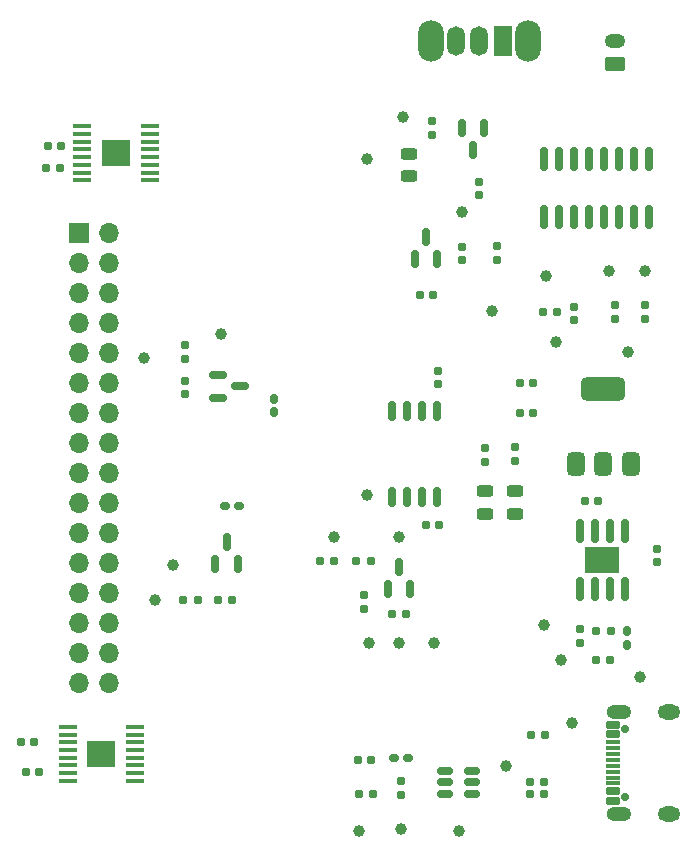
<source format=gbr>
%TF.GenerationSoftware,KiCad,Pcbnew,9.0.0*%
%TF.CreationDate,2025-04-09T21:52:16+02:00*%
%TF.ProjectId,Design-2,44657369-676e-42d3-922e-6b696361645f,v2.0*%
%TF.SameCoordinates,Original*%
%TF.FileFunction,Soldermask,Top*%
%TF.FilePolarity,Negative*%
%FSLAX46Y46*%
G04 Gerber Fmt 4.6, Leading zero omitted, Abs format (unit mm)*
G04 Created by KiCad (PCBNEW 9.0.0) date 2025-04-09 21:52:16*
%MOMM*%
%LPD*%
G01*
G04 APERTURE LIST*
G04 Aperture macros list*
%AMRoundRect*
0 Rectangle with rounded corners*
0 $1 Rounding radius*
0 $2 $3 $4 $5 $6 $7 $8 $9 X,Y pos of 4 corners*
0 Add a 4 corners polygon primitive as box body*
4,1,4,$2,$3,$4,$5,$6,$7,$8,$9,$2,$3,0*
0 Add four circle primitives for the rounded corners*
1,1,$1+$1,$2,$3*
1,1,$1+$1,$4,$5*
1,1,$1+$1,$6,$7*
1,1,$1+$1,$8,$9*
0 Add four rect primitives between the rounded corners*
20,1,$1+$1,$2,$3,$4,$5,0*
20,1,$1+$1,$4,$5,$6,$7,0*
20,1,$1+$1,$6,$7,$8,$9,0*
20,1,$1+$1,$8,$9,$2,$3,0*%
G04 Aperture macros list end*
%ADD10O,1.700000X1.700000*%
%ADD11R,1.700000X1.700000*%
%ADD12C,1.000000*%
%ADD13RoundRect,0.155000X-0.155000X0.212500X-0.155000X-0.212500X0.155000X-0.212500X0.155000X0.212500X0*%
%ADD14RoundRect,0.160000X-0.160000X0.197500X-0.160000X-0.197500X0.160000X-0.197500X0.160000X0.197500X0*%
%ADD15RoundRect,0.150000X-0.587500X-0.150000X0.587500X-0.150000X0.587500X0.150000X-0.587500X0.150000X0*%
%ADD16RoundRect,0.150000X0.150000X-0.587500X0.150000X0.587500X-0.150000X0.587500X-0.150000X-0.587500X0*%
%ADD17RoundRect,0.150000X0.150000X-0.712500X0.150000X0.712500X-0.150000X0.712500X-0.150000X-0.712500X0*%
%ADD18RoundRect,0.160000X0.160000X-0.197500X0.160000X0.197500X-0.160000X0.197500X-0.160000X-0.197500X0*%
%ADD19RoundRect,0.155000X-0.212500X-0.155000X0.212500X-0.155000X0.212500X0.155000X-0.212500X0.155000X0*%
%ADD20RoundRect,0.160000X-0.197500X-0.160000X0.197500X-0.160000X0.197500X0.160000X-0.197500X0.160000X0*%
%ADD21RoundRect,0.375000X0.375000X-0.625000X0.375000X0.625000X-0.375000X0.625000X-0.375000X-0.625000X0*%
%ADD22RoundRect,0.500000X1.400000X-0.500000X1.400000X0.500000X-1.400000X0.500000X-1.400000X-0.500000X0*%
%ADD23RoundRect,0.150000X-0.150000X0.825000X-0.150000X-0.825000X0.150000X-0.825000X0.150000X0.825000X0*%
%ADD24R,3.000000X2.290000*%
%ADD25RoundRect,0.250000X0.625000X-0.350000X0.625000X0.350000X-0.625000X0.350000X-0.625000X-0.350000X0*%
%ADD26O,1.750000X1.200000*%
%ADD27R,2.460000X2.310000*%
%ADD28RoundRect,0.100000X0.687500X0.100000X-0.687500X0.100000X-0.687500X-0.100000X0.687500X-0.100000X0*%
%ADD29RoundRect,0.150000X-0.512500X-0.150000X0.512500X-0.150000X0.512500X0.150000X-0.512500X0.150000X0*%
%ADD30RoundRect,0.155000X0.212500X0.155000X-0.212500X0.155000X-0.212500X-0.155000X0.212500X-0.155000X0*%
%ADD31RoundRect,0.243750X0.456250X-0.243750X0.456250X0.243750X-0.456250X0.243750X-0.456250X-0.243750X0*%
%ADD32RoundRect,0.160000X0.197500X0.160000X-0.197500X0.160000X-0.197500X-0.160000X0.197500X-0.160000X0*%
%ADD33O,2.200000X3.500000*%
%ADD34R,1.500000X2.500000*%
%ADD35O,1.500000X2.500000*%
%ADD36RoundRect,0.160000X0.222500X0.160000X-0.222500X0.160000X-0.222500X-0.160000X0.222500X-0.160000X0*%
%ADD37RoundRect,0.160000X-0.160000X0.222500X-0.160000X-0.222500X0.160000X-0.222500X0.160000X0.222500X0*%
%ADD38RoundRect,0.150000X0.150000X-0.825000X0.150000X0.825000X-0.150000X0.825000X-0.150000X-0.825000X0*%
%ADD39C,0.700000*%
%ADD40RoundRect,0.050000X0.550000X-0.275000X0.550000X0.275000X-0.550000X0.275000X-0.550000X-0.275000X0*%
%ADD41RoundRect,0.050000X0.550000X-0.150000X0.550000X0.150000X-0.550000X0.150000X-0.550000X-0.150000X0*%
%ADD42O,2.100000X1.200000*%
%ADD43O,1.900000X1.300000*%
%ADD44RoundRect,0.160000X0.160000X-0.222500X0.160000X0.222500X-0.160000X0.222500X-0.160000X-0.222500X0*%
%ADD45RoundRect,0.243750X-0.456250X0.243750X-0.456250X-0.243750X0.456250X-0.243750X0.456250X0.243750X0*%
%ADD46RoundRect,0.160000X-0.222500X-0.160000X0.222500X-0.160000X0.222500X0.160000X-0.222500X0.160000X0*%
%ADD47RoundRect,0.150000X-0.150000X0.587500X-0.150000X-0.587500X0.150000X-0.587500X0.150000X0.587500X0*%
G04 APERTURE END LIST*
D10*
%TO.C,J1*%
X211449739Y-113155261D03*
X208909739Y-113155261D03*
X211449739Y-110615261D03*
X208909739Y-110615261D03*
X211449739Y-108075261D03*
X208909739Y-108075261D03*
X211449739Y-105535261D03*
X208909739Y-105535261D03*
X211449739Y-102995261D03*
X208909739Y-102995261D03*
X211449739Y-100455261D03*
X208909739Y-100455261D03*
X211449739Y-97915261D03*
X208909739Y-97915261D03*
X211449739Y-95375261D03*
X208909739Y-95375261D03*
X211449739Y-92835261D03*
X208909739Y-92835261D03*
X211449739Y-90295261D03*
X208909739Y-90295261D03*
X211449739Y-87755261D03*
X208909739Y-87755261D03*
X211449739Y-85215261D03*
X208909739Y-85215261D03*
X211449739Y-82675261D03*
X208909739Y-82675261D03*
X211449739Y-80135261D03*
X208909739Y-80135261D03*
X211449739Y-77595261D03*
X208909739Y-77595261D03*
X211449739Y-75055261D03*
D11*
X208909739Y-75055261D03*
%TD*%
D12*
%TO.C,TP7*%
X214449739Y-85620261D03*
%TD*%
%TO.C,TP6*%
X220949739Y-83620261D03*
%TD*%
D13*
%TO.C,C17*%
X217949739Y-88687761D03*
X217949739Y-87552761D03*
%TD*%
D14*
%TO.C,R6*%
X217949739Y-85717761D03*
X217949739Y-84522761D03*
%TD*%
D15*
%TO.C,Q1*%
X222579739Y-88025261D03*
X220704739Y-88975261D03*
X220704739Y-87075261D03*
%TD*%
D12*
%TO.C,TP2*%
X230537489Y-100775189D03*
%TD*%
%TO.C,TP20*%
X253854739Y-78250439D03*
%TD*%
D14*
%TO.C,R14*%
X238854739Y-65555439D03*
X238854739Y-66750439D03*
%TD*%
D16*
%TO.C,Q4*%
X220499739Y-103072761D03*
X222399739Y-103072761D03*
X221449739Y-101197761D03*
%TD*%
D12*
%TO.C,TP8*%
X233354739Y-97247761D03*
%TD*%
D17*
%TO.C,U3*%
X235449739Y-97360261D03*
X236719739Y-97360261D03*
X237989739Y-97360261D03*
X239259739Y-97360261D03*
X239259739Y-90135261D03*
X237989739Y-90135261D03*
X236719739Y-90135261D03*
X235449739Y-90135261D03*
%TD*%
D12*
%TO.C,TP27*%
X250712339Y-116495361D03*
%TD*%
D16*
%TO.C,Q2*%
X237354739Y-77250439D03*
X239254739Y-77250439D03*
X238304739Y-75375439D03*
%TD*%
D18*
%TO.C,R10*%
X245854739Y-94345439D03*
X245854739Y-93150439D03*
%TD*%
D19*
%TO.C,C1*%
X251787239Y-97750439D03*
X252922239Y-97750439D03*
%TD*%
%TO.C,C14*%
X206314739Y-67635261D03*
X207449739Y-67635261D03*
%TD*%
D20*
%TO.C,R1*%
X248257239Y-81750439D03*
X249452239Y-81750439D03*
%TD*%
D16*
%TO.C,Q5*%
X235087489Y-105150189D03*
X236987489Y-105150189D03*
X236037489Y-103275189D03*
%TD*%
D20*
%TO.C,R11*%
X232439989Y-102775189D03*
X233634989Y-102775189D03*
%TD*%
D19*
%TO.C,C11*%
X204449739Y-120635261D03*
X205584739Y-120635261D03*
%TD*%
D12*
%TO.C,TP14*%
X241354739Y-73250439D03*
%TD*%
D14*
%TO.C,R2*%
X254354739Y-81152939D03*
X254354739Y-82347939D03*
%TD*%
D19*
%TO.C,C18*%
X220752239Y-106135261D03*
X221887239Y-106135261D03*
%TD*%
D13*
%TO.C,C10*%
X241354739Y-76182939D03*
X241354739Y-77317939D03*
%TD*%
D12*
%TO.C,TP25*%
X248354739Y-108250439D03*
%TD*%
D21*
%TO.C,U1*%
X251054739Y-94550439D03*
X253354739Y-94550439D03*
D22*
X253354739Y-88250439D03*
D21*
X255654739Y-94550439D03*
%TD*%
D19*
%TO.C,C15*%
X206168739Y-69560261D03*
X207303739Y-69560261D03*
%TD*%
D12*
%TO.C,TP15*%
X243949739Y-81635261D03*
%TD*%
D23*
%TO.C,U4*%
X255164739Y-100250439D03*
X253894739Y-100250439D03*
X252624739Y-100250439D03*
X251354739Y-100250439D03*
X251354739Y-105200439D03*
X252624739Y-105200439D03*
X253894739Y-105200439D03*
X255164739Y-105200439D03*
D24*
X253259739Y-102725439D03*
%TD*%
D25*
%TO.C,J5*%
X254354739Y-60750439D03*
D26*
X254354739Y-58750439D03*
%TD*%
D19*
%TO.C,C2*%
X252731239Y-111177689D03*
X253866239Y-111177689D03*
%TD*%
D12*
%TO.C,TP1*%
X236037489Y-100775189D03*
%TD*%
D27*
%TO.C,U5*%
X210848739Y-119135261D03*
D28*
X213711239Y-121410261D03*
X213711239Y-120760261D03*
X213711239Y-120110261D03*
X213711239Y-119460261D03*
X213711239Y-118810261D03*
X213711239Y-118160261D03*
X213711239Y-117510261D03*
X213711239Y-116860261D03*
X207986239Y-116860261D03*
X207986239Y-117510261D03*
X207986239Y-118160261D03*
X207986239Y-118810261D03*
X207986239Y-119460261D03*
X207986239Y-120110261D03*
X207986239Y-120760261D03*
X207986239Y-121410261D03*
%TD*%
D18*
%TO.C,R8*%
X251354739Y-109750439D03*
X251354739Y-108555439D03*
%TD*%
D29*
%TO.C,U6*%
X239937339Y-120595361D03*
X239937339Y-121545361D03*
X239937339Y-122495361D03*
X242212339Y-122495361D03*
X242212339Y-121545361D03*
X242212339Y-120595361D03*
%TD*%
D30*
%TO.C,C9*%
X248279839Y-122495361D03*
X247144839Y-122495361D03*
%TD*%
D12*
%TO.C,TP16*%
X236354739Y-65250439D03*
%TD*%
%TO.C,TP17*%
X233354739Y-68750439D03*
%TD*%
D19*
%TO.C,C16*%
X246287239Y-87750439D03*
X247422239Y-87750439D03*
%TD*%
%TO.C,C13*%
X204031239Y-118135261D03*
X205166239Y-118135261D03*
%TD*%
D31*
%TO.C,D8*%
X236854739Y-70187939D03*
X236854739Y-68312939D03*
%TD*%
D13*
%TO.C,C5*%
X239354739Y-86682939D03*
X239354739Y-87817939D03*
%TD*%
D12*
%TO.C,TP21*%
X249354739Y-84250439D03*
%TD*%
D13*
%TO.C,C20*%
X242854739Y-70682939D03*
X242854739Y-71817939D03*
%TD*%
D19*
%TO.C,C12*%
X246287239Y-90250439D03*
X247422239Y-90250439D03*
%TD*%
D12*
%TO.C,TP5*%
X216887239Y-103135261D03*
%TD*%
%TO.C,TP12*%
X236212339Y-125495361D03*
%TD*%
D14*
%TO.C,R16*%
X236212339Y-121397861D03*
X236212339Y-122592861D03*
%TD*%
D19*
%TO.C,C6*%
X232574739Y-119635261D03*
X233709739Y-119635261D03*
%TD*%
D12*
%TO.C,TP3*%
X239037489Y-109775189D03*
%TD*%
%TO.C,TP19*%
X255449739Y-85135261D03*
%TD*%
%TO.C,TP13*%
X241142239Y-125635261D03*
%TD*%
D32*
%TO.C,R17*%
X230537489Y-102775189D03*
X229342489Y-102775189D03*
%TD*%
D33*
%TO.C,SW1*%
X246954739Y-58750439D03*
X238754739Y-58750439D03*
D34*
X244854739Y-58750439D03*
D35*
X242854739Y-58750439D03*
X240854739Y-58750439D03*
%TD*%
D36*
%TO.C,D6*%
X222459739Y-98135261D03*
X221314739Y-98135261D03*
%TD*%
D19*
%TO.C,C19*%
X235469989Y-107275189D03*
X236604989Y-107275189D03*
%TD*%
D20*
%TO.C,R12*%
X232614839Y-122495361D03*
X233809839Y-122495361D03*
%TD*%
D12*
%TO.C,TP11*%
X232642239Y-125635261D03*
%TD*%
D27*
%TO.C,U8*%
X212098739Y-68285261D03*
D28*
X214961239Y-70560261D03*
X214961239Y-69910261D03*
X214961239Y-69260261D03*
X214961239Y-68610261D03*
X214961239Y-67960261D03*
X214961239Y-67310261D03*
X214961239Y-66660261D03*
X214961239Y-66010261D03*
X209236239Y-66010261D03*
X209236239Y-66660261D03*
X209236239Y-67310261D03*
X209236239Y-67960261D03*
X209236239Y-68610261D03*
X209236239Y-69260261D03*
X209236239Y-69910261D03*
X209236239Y-70560261D03*
%TD*%
D12*
%TO.C,TP22*%
X248449739Y-78635261D03*
%TD*%
D13*
%TO.C,C8*%
X250854739Y-81280439D03*
X250854739Y-82415439D03*
%TD*%
D20*
%TO.C,R13*%
X247212339Y-117495361D03*
X248407339Y-117495361D03*
%TD*%
D12*
%TO.C,TP23*%
X249798739Y-111177689D03*
%TD*%
%TO.C,TP10*%
X236037489Y-109775189D03*
%TD*%
D19*
%TO.C,C4*%
X238287239Y-99747761D03*
X239422239Y-99747761D03*
%TD*%
D12*
%TO.C,TP24*%
X256449739Y-112635261D03*
%TD*%
D20*
%TO.C,R5*%
X247114839Y-121495361D03*
X248309839Y-121495361D03*
%TD*%
D12*
%TO.C,TP9*%
X233537489Y-109775189D03*
%TD*%
D37*
%TO.C,L1*%
X255354739Y-108750439D03*
X255354739Y-109895439D03*
%TD*%
D13*
%TO.C,C3*%
X257854739Y-101750439D03*
X257854739Y-102885439D03*
%TD*%
D18*
%TO.C,R4*%
X243354739Y-94442939D03*
X243354739Y-93247939D03*
%TD*%
D12*
%TO.C,TP26*%
X245142239Y-120135261D03*
%TD*%
D38*
%TO.C,U2*%
X248354739Y-73700439D03*
X249624739Y-73700439D03*
X250894739Y-73700439D03*
X252164739Y-73700439D03*
X253434739Y-73700439D03*
X254704739Y-73700439D03*
X255974739Y-73700439D03*
X257244739Y-73700439D03*
X257244739Y-68750439D03*
X255974739Y-68750439D03*
X254704739Y-68750439D03*
X253434739Y-68750439D03*
X252164739Y-68750439D03*
X250894739Y-68750439D03*
X249624739Y-68750439D03*
X248354739Y-68750439D03*
%TD*%
D18*
%TO.C,R18*%
X233037489Y-106872689D03*
X233037489Y-105677689D03*
%TD*%
D39*
%TO.C,USB1*%
X255212339Y-122775361D03*
X255212339Y-116995361D03*
D40*
X254142239Y-123085461D03*
X254142239Y-122285361D03*
D41*
X254142239Y-121635361D03*
X254142239Y-121135261D03*
X254142239Y-120635361D03*
X254142239Y-120135561D03*
X254142239Y-119635361D03*
X254142239Y-119135561D03*
X254142239Y-118635361D03*
X254142239Y-118135261D03*
D40*
X254142239Y-117485261D03*
X254142239Y-116685461D03*
D42*
X254692139Y-124210461D03*
D43*
X258892239Y-124210461D03*
D42*
X254692139Y-115560461D03*
D43*
X258892239Y-115560461D03*
%TD*%
D44*
%TO.C,D4*%
X225449739Y-90192761D03*
X225449739Y-89047761D03*
%TD*%
D19*
%TO.C,C7*%
X237787239Y-80250439D03*
X238922239Y-80250439D03*
%TD*%
D14*
%TO.C,R15*%
X244354739Y-76152939D03*
X244354739Y-77347939D03*
%TD*%
D20*
%TO.C,R9*%
X217789739Y-106135261D03*
X218984739Y-106135261D03*
%TD*%
D45*
%TO.C,D1*%
X243354739Y-96907939D03*
X243354739Y-98782939D03*
%TD*%
%TO.C,D5*%
X245854739Y-96907939D03*
X245854739Y-98782939D03*
%TD*%
D46*
%TO.C,L3*%
X235639839Y-119495361D03*
X236784839Y-119495361D03*
%TD*%
D14*
%TO.C,R3*%
X256854739Y-81152939D03*
X256854739Y-82347939D03*
%TD*%
D47*
%TO.C,Q3*%
X243254739Y-66152939D03*
X241354739Y-66152939D03*
X242304739Y-68027939D03*
%TD*%
D20*
%TO.C,R7*%
X252757239Y-108750439D03*
X253952239Y-108750439D03*
%TD*%
D12*
%TO.C,TP18*%
X256854739Y-78250439D03*
%TD*%
%TO.C,TP4*%
X215387239Y-106135261D03*
%TD*%
M02*

</source>
